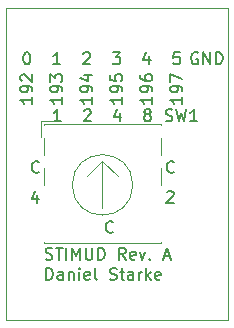
<source format=gbr>
G04 #@! TF.GenerationSoftware,KiCad,Pcbnew,(5.1.5)-3*
G04 #@! TF.CreationDate,2020-03-16T23:27:22+01:00*
G04 #@! TF.ProjectId,switch,73776974-6368-42e6-9b69-6361645f7063,rev?*
G04 #@! TF.SameCoordinates,PX18f3350PY2d4c310*
G04 #@! TF.FileFunction,Legend,Top*
G04 #@! TF.FilePolarity,Positive*
%FSLAX46Y46*%
G04 Gerber Fmt 4.6, Leading zero omitted, Abs format (unit mm)*
G04 Created by KiCad (PCBNEW (5.1.5)-3) date 2020-03-16 23:27:22*
%MOMM*%
%LPD*%
G04 APERTURE LIST*
%ADD10C,0.150000*%
%ADD11C,0.203200*%
%ADD12C,0.050000*%
%ADD13C,0.120000*%
G04 APERTURE END LIST*
D10*
X9072523Y7457358D02*
X9024904Y7409739D01*
X8882047Y7362120D01*
X8786809Y7362120D01*
X8643952Y7409739D01*
X8548714Y7504977D01*
X8501095Y7600215D01*
X8453476Y7790691D01*
X8453476Y7933548D01*
X8501095Y8124024D01*
X8548714Y8219262D01*
X8643952Y8314500D01*
X8786809Y8362120D01*
X8882047Y8362120D01*
X9024904Y8314500D01*
X9072523Y8266881D01*
X2797023Y12537358D02*
X2749404Y12489739D01*
X2606547Y12442120D01*
X2511309Y12442120D01*
X2368452Y12489739D01*
X2273214Y12584977D01*
X2225595Y12680215D01*
X2177976Y12870691D01*
X2177976Y13013548D01*
X2225595Y13204024D01*
X2273214Y13299262D01*
X2368452Y13394500D01*
X2511309Y13442120D01*
X2606547Y13442120D01*
X2749404Y13394500D01*
X2797023Y13346881D01*
X14227023Y12537358D02*
X14179404Y12489739D01*
X14036547Y12442120D01*
X13941309Y12442120D01*
X13798452Y12489739D01*
X13703214Y12584977D01*
X13655595Y12680215D01*
X13607976Y12870691D01*
X13607976Y13013548D01*
X13655595Y13204024D01*
X13703214Y13299262D01*
X13798452Y13394500D01*
X13941309Y13442120D01*
X14036547Y13442120D01*
X14179404Y13394500D01*
X14227023Y13346881D01*
X13631785Y10806881D02*
X13679404Y10854500D01*
X13774642Y10902120D01*
X14012738Y10902120D01*
X14107976Y10854500D01*
X14155595Y10806881D01*
X14203214Y10711643D01*
X14203214Y10616405D01*
X14155595Y10473548D01*
X13584166Y9902120D01*
X14203214Y9902120D01*
X2677976Y10568786D02*
X2677976Y9902120D01*
X2439880Y10949739D02*
X2201785Y10235453D01*
X2820833Y10235453D01*
X11895261Y17391048D02*
X11800023Y17438667D01*
X11752404Y17486286D01*
X11704785Y17581524D01*
X11704785Y17629143D01*
X11752404Y17724381D01*
X11800023Y17772000D01*
X11895261Y17819620D01*
X12085738Y17819620D01*
X12180976Y17772000D01*
X12228595Y17724381D01*
X12276214Y17629143D01*
X12276214Y17581524D01*
X12228595Y17486286D01*
X12180976Y17438667D01*
X12085738Y17391048D01*
X11895261Y17391048D01*
X11800023Y17343429D01*
X11752404Y17295810D01*
X11704785Y17200572D01*
X11704785Y17010096D01*
X11752404Y16914858D01*
X11800023Y16867239D01*
X11895261Y16819620D01*
X12085738Y16819620D01*
X12180976Y16867239D01*
X12228595Y16914858D01*
X12276214Y17010096D01*
X12276214Y17200572D01*
X12228595Y17295810D01*
X12180976Y17343429D01*
X12085738Y17391048D01*
X9640976Y17486286D02*
X9640976Y16819620D01*
X9402880Y17867239D02*
X9164785Y17152953D01*
X9783833Y17152953D01*
X6624785Y17724381D02*
X6672404Y17772000D01*
X6767642Y17819620D01*
X7005738Y17819620D01*
X7100976Y17772000D01*
X7148595Y17724381D01*
X7196214Y17629143D01*
X7196214Y17533905D01*
X7148595Y17391048D01*
X6577166Y16819620D01*
X7196214Y16819620D01*
X4656214Y16819620D02*
X4084785Y16819620D01*
X4370500Y16819620D02*
X4370500Y17819620D01*
X4275261Y17676762D01*
X4180023Y17581524D01*
X4084785Y17533905D01*
X16256095Y22598000D02*
X16160857Y22645620D01*
X16018000Y22645620D01*
X15875142Y22598000D01*
X15779904Y22502762D01*
X15732285Y22407524D01*
X15684666Y22217048D01*
X15684666Y22074191D01*
X15732285Y21883715D01*
X15779904Y21788477D01*
X15875142Y21693239D01*
X16018000Y21645620D01*
X16113238Y21645620D01*
X16256095Y21693239D01*
X16303714Y21740858D01*
X16303714Y22074191D01*
X16113238Y22074191D01*
X16732285Y21645620D02*
X16732285Y22645620D01*
X17303714Y21645620D01*
X17303714Y22645620D01*
X17779904Y21645620D02*
X17779904Y22645620D01*
X18018000Y22645620D01*
X18160857Y22598000D01*
X18256095Y22502762D01*
X18303714Y22407524D01*
X18351333Y22217048D01*
X18351333Y22074191D01*
X18303714Y21883715D01*
X18256095Y21788477D01*
X18160857Y21693239D01*
X18018000Y21645620D01*
X17779904Y21645620D01*
D11*
X3370556Y5145839D02*
X3513413Y5098220D01*
X3751508Y5098220D01*
X3846746Y5145839D01*
X3894365Y5193458D01*
X3941984Y5288696D01*
X3941984Y5383934D01*
X3894365Y5479172D01*
X3846746Y5526791D01*
X3751508Y5574410D01*
X3561032Y5622029D01*
X3465794Y5669648D01*
X3418175Y5717267D01*
X3370556Y5812505D01*
X3370556Y5907743D01*
X3418175Y6002981D01*
X3465794Y6050600D01*
X3561032Y6098220D01*
X3799127Y6098220D01*
X3941984Y6050600D01*
X4227699Y6098220D02*
X4799127Y6098220D01*
X4513413Y5098220D02*
X4513413Y6098220D01*
X5132460Y5098220D02*
X5132460Y6098220D01*
X5608651Y5098220D02*
X5608651Y6098220D01*
X5941984Y5383934D01*
X6275318Y6098220D01*
X6275318Y5098220D01*
X6751508Y6098220D02*
X6751508Y5288696D01*
X6799127Y5193458D01*
X6846746Y5145839D01*
X6941984Y5098220D01*
X7132460Y5098220D01*
X7227699Y5145839D01*
X7275318Y5193458D01*
X7322937Y5288696D01*
X7322937Y6098220D01*
X7799127Y5098220D02*
X7799127Y6098220D01*
X8037222Y6098220D01*
X8180080Y6050600D01*
X8275318Y5955362D01*
X8322937Y5860124D01*
X8370556Y5669648D01*
X8370556Y5526791D01*
X8322937Y5336315D01*
X8275318Y5241077D01*
X8180080Y5145839D01*
X8037222Y5098220D01*
X7799127Y5098220D01*
X10132460Y5098220D02*
X9799127Y5574410D01*
X9561032Y5098220D02*
X9561032Y6098220D01*
X9941984Y6098220D01*
X10037222Y6050600D01*
X10084841Y6002981D01*
X10132460Y5907743D01*
X10132460Y5764886D01*
X10084841Y5669648D01*
X10037222Y5622029D01*
X9941984Y5574410D01*
X9561032Y5574410D01*
X10941984Y5145839D02*
X10846746Y5098220D01*
X10656270Y5098220D01*
X10561032Y5145839D01*
X10513413Y5241077D01*
X10513413Y5622029D01*
X10561032Y5717267D01*
X10656270Y5764886D01*
X10846746Y5764886D01*
X10941984Y5717267D01*
X10989603Y5622029D01*
X10989603Y5526791D01*
X10513413Y5431553D01*
X11322937Y5764886D02*
X11561032Y5098220D01*
X11799127Y5764886D01*
X12180080Y5193458D02*
X12227699Y5145839D01*
X12180080Y5098220D01*
X12132460Y5145839D01*
X12180080Y5193458D01*
X12180080Y5098220D01*
X13370556Y5383934D02*
X13846746Y5383934D01*
X13275318Y5098220D02*
X13608651Y6098220D01*
X13941984Y5098220D01*
X3418175Y3395020D02*
X3418175Y4395020D01*
X3656270Y4395020D01*
X3799127Y4347400D01*
X3894365Y4252162D01*
X3941984Y4156924D01*
X3989603Y3966448D01*
X3989603Y3823591D01*
X3941984Y3633115D01*
X3894365Y3537877D01*
X3799127Y3442639D01*
X3656270Y3395020D01*
X3418175Y3395020D01*
X4846746Y3395020D02*
X4846746Y3918829D01*
X4799127Y4014067D01*
X4703889Y4061686D01*
X4513413Y4061686D01*
X4418175Y4014067D01*
X4846746Y3442639D02*
X4751508Y3395020D01*
X4513413Y3395020D01*
X4418175Y3442639D01*
X4370556Y3537877D01*
X4370556Y3633115D01*
X4418175Y3728353D01*
X4513413Y3775972D01*
X4751508Y3775972D01*
X4846746Y3823591D01*
X5322937Y4061686D02*
X5322937Y3395020D01*
X5322937Y3966448D02*
X5370556Y4014067D01*
X5465794Y4061686D01*
X5608651Y4061686D01*
X5703889Y4014067D01*
X5751508Y3918829D01*
X5751508Y3395020D01*
X6227699Y3395020D02*
X6227699Y4061686D01*
X6227699Y4395020D02*
X6180080Y4347400D01*
X6227699Y4299781D01*
X6275318Y4347400D01*
X6227699Y4395020D01*
X6227699Y4299781D01*
X7084841Y3442639D02*
X6989603Y3395020D01*
X6799127Y3395020D01*
X6703889Y3442639D01*
X6656270Y3537877D01*
X6656270Y3918829D01*
X6703889Y4014067D01*
X6799127Y4061686D01*
X6989603Y4061686D01*
X7084841Y4014067D01*
X7132460Y3918829D01*
X7132460Y3823591D01*
X6656270Y3728353D01*
X7703889Y3395020D02*
X7608651Y3442639D01*
X7561032Y3537877D01*
X7561032Y4395020D01*
X8799127Y3442639D02*
X8941984Y3395020D01*
X9180080Y3395020D01*
X9275318Y3442639D01*
X9322937Y3490258D01*
X9370556Y3585496D01*
X9370556Y3680734D01*
X9322937Y3775972D01*
X9275318Y3823591D01*
X9180080Y3871210D01*
X8989603Y3918829D01*
X8894365Y3966448D01*
X8846746Y4014067D01*
X8799127Y4109305D01*
X8799127Y4204543D01*
X8846746Y4299781D01*
X8894365Y4347400D01*
X8989603Y4395020D01*
X9227699Y4395020D01*
X9370556Y4347400D01*
X9656270Y4061686D02*
X10037222Y4061686D01*
X9799127Y4395020D02*
X9799127Y3537877D01*
X9846746Y3442639D01*
X9941984Y3395020D01*
X10037222Y3395020D01*
X10799127Y3395020D02*
X10799127Y3918829D01*
X10751508Y4014067D01*
X10656270Y4061686D01*
X10465794Y4061686D01*
X10370556Y4014067D01*
X10799127Y3442639D02*
X10703889Y3395020D01*
X10465794Y3395020D01*
X10370556Y3442639D01*
X10322937Y3537877D01*
X10322937Y3633115D01*
X10370556Y3728353D01*
X10465794Y3775972D01*
X10703889Y3775972D01*
X10799127Y3823591D01*
X11275318Y3395020D02*
X11275318Y4061686D01*
X11275318Y3871210D02*
X11322937Y3966448D01*
X11370556Y4014067D01*
X11465794Y4061686D01*
X11561032Y4061686D01*
X11894365Y3395020D02*
X11894365Y4395020D01*
X11989603Y3775972D02*
X12275318Y3395020D01*
X12275318Y4061686D02*
X11894365Y3680734D01*
X13084841Y3442639D02*
X12989603Y3395020D01*
X12799127Y3395020D01*
X12703889Y3442639D01*
X12656270Y3537877D01*
X12656270Y3918829D01*
X12703889Y4014067D01*
X12799127Y4061686D01*
X12989603Y4061686D01*
X13084841Y4014067D01*
X13132460Y3918829D01*
X13132460Y3823591D01*
X12656270Y3728353D01*
D10*
X12390380Y18891334D02*
X12390380Y18319905D01*
X12390380Y18605620D02*
X11390380Y18605620D01*
X11533238Y18510381D01*
X11628476Y18415143D01*
X11676095Y18319905D01*
X12390380Y19367524D02*
X12390380Y19558000D01*
X12342761Y19653239D01*
X12295142Y19700858D01*
X12152285Y19796096D01*
X11961809Y19843715D01*
X11580857Y19843715D01*
X11485619Y19796096D01*
X11438000Y19748477D01*
X11390380Y19653239D01*
X11390380Y19462762D01*
X11438000Y19367524D01*
X11485619Y19319905D01*
X11580857Y19272286D01*
X11818952Y19272286D01*
X11914190Y19319905D01*
X11961809Y19367524D01*
X12009428Y19462762D01*
X12009428Y19653239D01*
X11961809Y19748477D01*
X11914190Y19796096D01*
X11818952Y19843715D01*
X11390380Y20700858D02*
X11390380Y20510381D01*
X11438000Y20415143D01*
X11485619Y20367524D01*
X11628476Y20272286D01*
X11818952Y20224667D01*
X12199904Y20224667D01*
X12295142Y20272286D01*
X12342761Y20319905D01*
X12390380Y20415143D01*
X12390380Y20605620D01*
X12342761Y20700858D01*
X12295142Y20748477D01*
X12199904Y20796096D01*
X11961809Y20796096D01*
X11866571Y20748477D01*
X11818952Y20700858D01*
X11771333Y20605620D01*
X11771333Y20415143D01*
X11818952Y20319905D01*
X11866571Y20272286D01*
X11961809Y20224667D01*
X14930380Y18891334D02*
X14930380Y18319905D01*
X14930380Y18605620D02*
X13930380Y18605620D01*
X14073238Y18510381D01*
X14168476Y18415143D01*
X14216095Y18319905D01*
X14930380Y19367524D02*
X14930380Y19558000D01*
X14882761Y19653239D01*
X14835142Y19700858D01*
X14692285Y19796096D01*
X14501809Y19843715D01*
X14120857Y19843715D01*
X14025619Y19796096D01*
X13978000Y19748477D01*
X13930380Y19653239D01*
X13930380Y19462762D01*
X13978000Y19367524D01*
X14025619Y19319905D01*
X14120857Y19272286D01*
X14358952Y19272286D01*
X14454190Y19319905D01*
X14501809Y19367524D01*
X14549428Y19462762D01*
X14549428Y19653239D01*
X14501809Y19748477D01*
X14454190Y19796096D01*
X14358952Y19843715D01*
X13930380Y20177048D02*
X13930380Y20843715D01*
X14930380Y20415143D01*
X4770380Y18891334D02*
X4770380Y18319905D01*
X4770380Y18605620D02*
X3770380Y18605620D01*
X3913238Y18510381D01*
X4008476Y18415143D01*
X4056095Y18319905D01*
X4770380Y19367524D02*
X4770380Y19558000D01*
X4722761Y19653239D01*
X4675142Y19700858D01*
X4532285Y19796096D01*
X4341809Y19843715D01*
X3960857Y19843715D01*
X3865619Y19796096D01*
X3818000Y19748477D01*
X3770380Y19653239D01*
X3770380Y19462762D01*
X3818000Y19367524D01*
X3865619Y19319905D01*
X3960857Y19272286D01*
X4198952Y19272286D01*
X4294190Y19319905D01*
X4341809Y19367524D01*
X4389428Y19462762D01*
X4389428Y19653239D01*
X4341809Y19748477D01*
X4294190Y19796096D01*
X4198952Y19843715D01*
X3770380Y20177048D02*
X3770380Y20796096D01*
X4151333Y20462762D01*
X4151333Y20605620D01*
X4198952Y20700858D01*
X4246571Y20748477D01*
X4341809Y20796096D01*
X4579904Y20796096D01*
X4675142Y20748477D01*
X4722761Y20700858D01*
X4770380Y20605620D01*
X4770380Y20319905D01*
X4722761Y20224667D01*
X4675142Y20177048D01*
X7310380Y18891334D02*
X7310380Y18319905D01*
X7310380Y18605620D02*
X6310380Y18605620D01*
X6453238Y18510381D01*
X6548476Y18415143D01*
X6596095Y18319905D01*
X7310380Y19367524D02*
X7310380Y19558000D01*
X7262761Y19653239D01*
X7215142Y19700858D01*
X7072285Y19796096D01*
X6881809Y19843715D01*
X6500857Y19843715D01*
X6405619Y19796096D01*
X6358000Y19748477D01*
X6310380Y19653239D01*
X6310380Y19462762D01*
X6358000Y19367524D01*
X6405619Y19319905D01*
X6500857Y19272286D01*
X6738952Y19272286D01*
X6834190Y19319905D01*
X6881809Y19367524D01*
X6929428Y19462762D01*
X6929428Y19653239D01*
X6881809Y19748477D01*
X6834190Y19796096D01*
X6738952Y19843715D01*
X6643714Y20700858D02*
X7310380Y20700858D01*
X6262761Y20462762D02*
X6977047Y20224667D01*
X6977047Y20843715D01*
X9850380Y18891334D02*
X9850380Y18319905D01*
X9850380Y18605620D02*
X8850380Y18605620D01*
X8993238Y18510381D01*
X9088476Y18415143D01*
X9136095Y18319905D01*
X9850380Y19367524D02*
X9850380Y19558000D01*
X9802761Y19653239D01*
X9755142Y19700858D01*
X9612285Y19796096D01*
X9421809Y19843715D01*
X9040857Y19843715D01*
X8945619Y19796096D01*
X8898000Y19748477D01*
X8850380Y19653239D01*
X8850380Y19462762D01*
X8898000Y19367524D01*
X8945619Y19319905D01*
X9040857Y19272286D01*
X9278952Y19272286D01*
X9374190Y19319905D01*
X9421809Y19367524D01*
X9469428Y19462762D01*
X9469428Y19653239D01*
X9421809Y19748477D01*
X9374190Y19796096D01*
X9278952Y19843715D01*
X8850380Y20748477D02*
X8850380Y20272286D01*
X9326571Y20224667D01*
X9278952Y20272286D01*
X9231333Y20367524D01*
X9231333Y20605620D01*
X9278952Y20700858D01*
X9326571Y20748477D01*
X9421809Y20796096D01*
X9659904Y20796096D01*
X9755142Y20748477D01*
X9802761Y20700858D01*
X9850380Y20605620D01*
X9850380Y20367524D01*
X9802761Y20272286D01*
X9755142Y20224667D01*
X2230380Y18891334D02*
X2230380Y18319905D01*
X2230380Y18605620D02*
X1230380Y18605620D01*
X1373238Y18510381D01*
X1468476Y18415143D01*
X1516095Y18319905D01*
X2230380Y19367524D02*
X2230380Y19558000D01*
X2182761Y19653239D01*
X2135142Y19700858D01*
X1992285Y19796096D01*
X1801809Y19843715D01*
X1420857Y19843715D01*
X1325619Y19796096D01*
X1278000Y19748477D01*
X1230380Y19653239D01*
X1230380Y19462762D01*
X1278000Y19367524D01*
X1325619Y19319905D01*
X1420857Y19272286D01*
X1658952Y19272286D01*
X1754190Y19319905D01*
X1801809Y19367524D01*
X1849428Y19462762D01*
X1849428Y19653239D01*
X1801809Y19748477D01*
X1754190Y19796096D01*
X1658952Y19843715D01*
X1325619Y20224667D02*
X1278000Y20272286D01*
X1230380Y20367524D01*
X1230380Y20605620D01*
X1278000Y20700858D01*
X1325619Y20748477D01*
X1420857Y20796096D01*
X1516095Y20796096D01*
X1658952Y20748477D01*
X2230380Y20177048D01*
X2230380Y20796096D01*
X14716095Y22645620D02*
X14239904Y22645620D01*
X14192285Y22169429D01*
X14239904Y22217048D01*
X14335142Y22264667D01*
X14573238Y22264667D01*
X14668476Y22217048D01*
X14716095Y22169429D01*
X14763714Y22074191D01*
X14763714Y21836096D01*
X14716095Y21740858D01*
X14668476Y21693239D01*
X14573238Y21645620D01*
X14335142Y21645620D01*
X14239904Y21693239D01*
X14192285Y21740858D01*
X12128476Y22312286D02*
X12128476Y21645620D01*
X11890380Y22693239D02*
X11652285Y21978953D01*
X12271333Y21978953D01*
X9064666Y22645620D02*
X9683714Y22645620D01*
X9350380Y22264667D01*
X9493238Y22264667D01*
X9588476Y22217048D01*
X9636095Y22169429D01*
X9683714Y22074191D01*
X9683714Y21836096D01*
X9636095Y21740858D01*
X9588476Y21693239D01*
X9493238Y21645620D01*
X9207523Y21645620D01*
X9112285Y21693239D01*
X9064666Y21740858D01*
X6572285Y22550381D02*
X6619904Y22598000D01*
X6715142Y22645620D01*
X6953238Y22645620D01*
X7048476Y22598000D01*
X7096095Y22550381D01*
X7143714Y22455143D01*
X7143714Y22359905D01*
X7096095Y22217048D01*
X6524666Y21645620D01*
X7143714Y21645620D01*
X4603714Y21645620D02*
X4032285Y21645620D01*
X4318000Y21645620D02*
X4318000Y22645620D01*
X4222761Y22502762D01*
X4127523Y22407524D01*
X4032285Y22359905D01*
X1730380Y22645620D02*
X1825619Y22645620D01*
X1920857Y22598000D01*
X1968476Y22550381D01*
X2016095Y22455143D01*
X2063714Y22264667D01*
X2063714Y22026572D01*
X2016095Y21836096D01*
X1968476Y21740858D01*
X1920857Y21693239D01*
X1825619Y21645620D01*
X1730380Y21645620D01*
X1635142Y21693239D01*
X1587523Y21740858D01*
X1539904Y21836096D01*
X1492285Y22026572D01*
X1492285Y22264667D01*
X1539904Y22455143D01*
X1587523Y22550381D01*
X1635142Y22598000D01*
X1730380Y22645620D01*
D12*
X18796000Y26416000D02*
X0Y26416000D01*
X18796000Y0D02*
X18796000Y26416000D01*
X0Y0D02*
X18796000Y0D01*
X0Y26416000D02*
X0Y0D01*
D13*
X2950500Y16847000D02*
X4320500Y16847000D01*
X2950500Y15477000D02*
X2950500Y16847000D01*
X8180500Y13477000D02*
X9460500Y12197000D01*
X6900500Y12197000D02*
X8180500Y13477000D01*
X8180500Y13350000D02*
X8180500Y9510000D01*
X2950500Y16847000D02*
X4320500Y16847000D01*
X2950500Y15477000D02*
X2950500Y16847000D01*
X13120500Y12827000D02*
X13120500Y11437000D01*
X13120500Y15367000D02*
X13120500Y13977000D01*
X3240500Y12827000D02*
X3240500Y11437000D01*
X3240500Y15367000D02*
X3240500Y13977000D01*
X13120500Y6517000D02*
X13120500Y6597000D01*
X3230500Y6517000D02*
X13120500Y6517000D01*
X3230500Y6597000D02*
X3230500Y6517000D01*
X13120500Y16597000D02*
X13120500Y16517000D01*
X3230500Y16597000D02*
X13120500Y16597000D01*
X3230500Y16517000D02*
X3230500Y16597000D01*
X10740500Y11430000D02*
G75*
G03X10740500Y11430000I-2560000J0D01*
G01*
D10*
X13525666Y16867239D02*
X13668523Y16819620D01*
X13906619Y16819620D01*
X14001857Y16867239D01*
X14049476Y16914858D01*
X14097095Y17010096D01*
X14097095Y17105334D01*
X14049476Y17200572D01*
X14001857Y17248191D01*
X13906619Y17295810D01*
X13716142Y17343429D01*
X13620904Y17391048D01*
X13573285Y17438667D01*
X13525666Y17533905D01*
X13525666Y17629143D01*
X13573285Y17724381D01*
X13620904Y17772000D01*
X13716142Y17819620D01*
X13954238Y17819620D01*
X14097095Y17772000D01*
X14430428Y17819620D02*
X14668523Y16819620D01*
X14859000Y17533905D01*
X15049476Y16819620D01*
X15287571Y17819620D01*
X16192333Y16819620D02*
X15620904Y16819620D01*
X15906619Y16819620D02*
X15906619Y17819620D01*
X15811380Y17676762D01*
X15716142Y17581524D01*
X15620904Y17533905D01*
M02*

</source>
